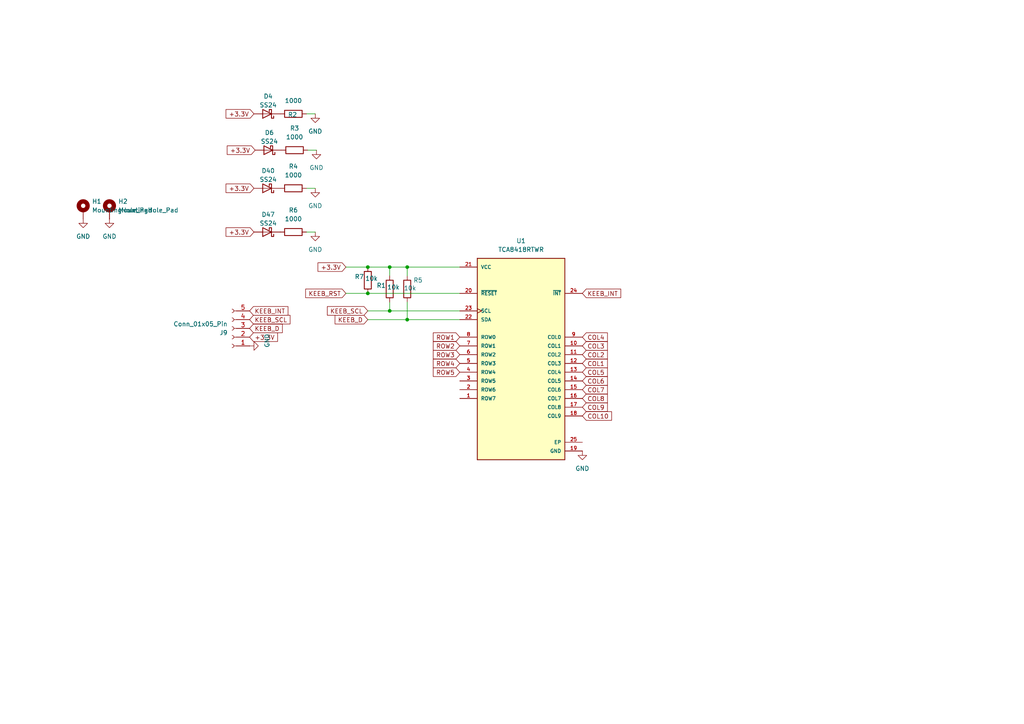
<source format=kicad_sch>
(kicad_sch (version 20250114) (generator "eeschema") (generator_version "9.0")
  (paper "A4")
  (text "Y" (at 159.004 -64.008 0) (effects (font (size 3 3))))
  (text "S" (at 49.276 -50.546 0) (effects (font (size 3 3))))
  (text "V" (at 130.556 -34.544 0) (effects (font (size 3 3))))
  (text "ENT" (at 276.606 -18.542 0) (effects (font (size 3 3))))
  (text "4" (at 131.064 -79.248 0) (effects (font (size 3 3))))
  (text "CRTL" (at 21.336 -17.272 0) (effects (font (size 3 3))))
  (text "U" (at 188.468 -64.008 0) (effects (font (size 3 3))))
  (text "R" (at 101.854 -64.262 0) (effects (font (size 3 3))))
  (text "H" (at 158.75 -50.8 0) (effects (font (size 3 3))))
  (text "9" (at 273.304 -84.582 0) (effects (font (size 3 3))))
  (text "UP" (at 187.706 -18.796 0) (effects (font (size 3 3))))
  (text "6" (at 184.404 -78.994 0) (effects (font (size 3 3))))
  (text "LFT" (at 131.318 -17.526 0) (effects (font (size 3 3))))
  (text "," (at 48.006 -18.542 0) (effects (font (size 3 3))))
  (text "3" (at 100.33 -79.248 0) (effects (font (size 3 3))))
  (text "K" (at 214.122 -50.546 0) (effects (font (size 3 3))))
  (text "N" (at 186.6677 -34.544 0) (effects (font (size 3 3))))
  (text "W" (at 49.784 -64.516 0) (effects (font (size 3 3))))
  (text "G" (at 129.54 -50.8 0) (effects (font (size 3 3))))
  (text "5" (at 156.21 -79.248 0) (effects (font (size 3 3))))
  (text "7" (at 212.09 -78.994 0) (effects (font (size 3 3))))
  (text "1" (at 49.53 -79.756 0) (effects (font (size 3 3))))
  (text "SHIFT" (at 13.462 -38.354 0) (effects (font (size 3 3))))
  (text "E" (at 77.724 -64.008 0) (effects (font (size 3 3))))
  (text "8" (at 243.84 -85.344 0) (effects (font (size 3 3))))
  (text "M" (at 214.63 -33.782 0) (effects (font (size 3 3))))
  (text "I" (at 215.9 -63.754 0) (effects (font (size 3 3))))
  (text "DWN" (at 161.29 -18.034 0) (effects (font (size 3 3))))
  (text "A" (at 21.59 -49.276 0) (effects (font (size 3 3))))
  (text "C" (at 101.6 -35.052 0) (effects (font (size 3 3))))
  (text "O" (at 247.65 -64.262 0) (effects (font (size 3 3))))
  (text "Z" (at 49.53 -33.528 0) (effects (font (size 3 3))))
  (text "J" (at 187.96 -50.546 0) (effects (font (size 3 3))))
  (text "SPC" (at 99.568 -17.78 0) (effects (font (size 3 3))))
  (text "D" (at 77.47 -51.054 0) (effects (font (size 3 3))))
  (text "2" (at 77.724 -79.248 0) (effects (font (size 3 3))))
  (text "T" (at 129.54 -63.754 0) (effects (font (size 3 3))))
  (text "X" (at 77.724 -34.036 0) (effects (font (size 3 3))))
  (text "L" (at 247.396 -49.53 0) (effects (font (size 3 3))))
  (text "Q" (at 21.59 -63.246 0) (effects (font (size 3 3))))
  (text "P" (at 275.844 -64.516 0) (effects (font (size 3 3))))
  (text "." (at 247.396 -19.558 0) (effects (font (size 3 3))))
  (text "RIT" (at 215.646 -18.796 0) (effects (font (size 3 3))))
  (text "F" (at 101.6 -50.8 0) (effects (font (size 3 3))))
  (text "BSPC" (at 295.402 -21.59 0) (effects (font (size 3 3))))
  (text "B" (at 158.496 -34.544 0) (effects (font (size 3 3))))
  (text "0" (at 21.59 -79.248 0) (effects (font (size 3 3))))
  (junction (at 34.29 -52.07))
  (junction (at 143.51 -53.34))
  (junction (at 113.03 90.17))
  (junction (at 260.35 -67.31))
  (junction (at 62.23 -21.59))
  (junction (at 124.46 -63.5))
  (junction (at 143.51 -36.83))
  (junction (at 289.56 -67.31))
  (junction (at 44.45 -33.02))
  (junction (at 242.57 -78.74))
  (junction (at 172.72 -36.83))
  (junction (at 16.51 -49.53))
  (junction (at 260.35 -21.59))
  (junction (at 106.68 77.47))
  (junction (at 172.72 -66.04))
  (junction (at 209.55 -49.53))
  (junction (at 200.66 -53.34))
  (junction (at 114.3 -66.04))
  (junction (at 209.55 -17.78))
  (junction (at 153.67 -49.53))
  (junction (at 182.88 -63.5))
  (junction (at 43.18 -17.78))
  (junction (at 90.17 -35.56))
  (junction (at 16.51 -78.74))
  (junction (at 260.35 -52.07))
  (junction (at 114.3 -53.34))
  (junction (at 210.82 -63.5))
  (junction (at 114.3 -20.32))
  (junction (at 93.98 -17.78))
  (junction (at 16.51 -33.02))
  (junction (at 62.23 -66.04))
  (junction (at 72.39 -49.53))
  (junction (at 90.17 -66.04))
  (junction (at 143.51 -20.32))
  (junction (at 181.61 -17.78))
  (junction (at 172.72 -20.32))
  (junction (at 72.39 -63.5))
  (junction (at 179.07 -78.74))
  (junction (at 16.51 -63.5))
  (junction (at 106.68 85.09))
  (junction (at 114.3 -36.83))
  (junction (at 125.73 -33.02))
  (junction (at 228.6 -66.04))
  (junction (at 34.29 -35.56))
  (junction (at 289.56 -21.59))
  (junction (at 118.11 92.71))
  (junction (at 34.29 -20.32))
  (junction (at 72.39 -33.02))
  (junction (at 260.35 -35.56))
  (junction (at 16.51 -17.78))
  (junction (at 90.17 -53.34))
  (junction (at 62.23 -35.56))
  (junction (at 153.67 -63.5))
  (junction (at 143.51 -66.04))
  (junction (at 96.52 -63.5))
  (junction (at 96.52 -49.53))
  (junction (at 44.45 -78.74))
  (junction (at 181.61 -33.02))
  (junction (at 44.45 -49.53))
  (junction (at 153.67 -33.02))
  (junction (at 34.29 -66.04))
  (junction (at 228.6 -36.83))
  (junction (at 182.88 -49.53))
  (junction (at 228.6 -21.59))
  (junction (at 113.03 77.47))
  (junction (at 200.66 -66.04))
  (junction (at 125.73 -78.74))
  (junction (at 172.72 -53.34))
  (junction (at 62.23 -52.07))
  (junction (at 151.13 -78.74))
  (junction (at 96.52 -33.02))
  (junction (at 207.01 -78.74))
  (junction (at 44.45 -63.5))
  (junction (at 124.46 -49.53))
  (junction (at 241.3 -17.78))
  (junction (at 72.39 -78.74))
  (junction (at 200.66 -36.83))
  (junction (at 95.25 -78.74))
  (junction (at 209.55 -33.02))
  (junction (at 200.66 -21.59))
  (junction (at 242.57 -63.5))
  (junction (at 125.73 -17.78))
  (junction (at 154.94 -17.78))
  (junction (at 118.11 77.47))
  (junction (at 228.6 -53.34))
  (wire (pts (xy 114.3 -20.32) (xy 114.3 -12.7)))
  (wire (pts (xy 91.7844 43.5582) (xy 89.2444 43.5582)))
  (wire (pts (xy 43.18 -17.78) (xy 93.98 -17.78)))
  (wire (pts (xy 242.57 -67.31) (xy 242.57 -63.5)))
  (wire (pts (xy 210.82 -66.04) (xy 210.82 -63.5)))
  (wire (pts (xy 228.6 -21.59) (xy 228.6 -10.16)))
  (wire (pts (xy 124.46 -63.5) (xy 153.67 -63.5)))
  (wire (pts (xy 113.03 90.17) (xy 133.35 90.17)))
  (wire (pts (xy 90.17 -35.56) (xy 90.17 -12.7)))
  (wire (pts (xy 172.72 -20.32) (xy 172.72 -11.43)))
  (wire (pts (xy 72.39 -53.34) (xy 72.39 -49.53)))
  (wire (pts (xy 171.45 -36.83) (xy 172.72 -36.83)))
  (wire (pts (xy 90.17 -66.04) (xy 90.17 -53.34)))
  (wire (pts (xy 106.68 92.71) (xy 118.11 92.71)))
  (wire (pts (xy 10.16 -33.02) (xy 16.51 -33.02)))
  (wire (pts (xy 200.66 -81.28) (xy 200.66 -66.04)))
  (wire (pts (xy 242.57 -63.5) (xy 270.51 -63.5)))
  (wire (pts (xy 114.3 -53.34) (xy 114.3 -36.83)))
  (wire (pts (xy 16.51 -66.04) (xy 16.51 -63.5)))
  (wire (pts (xy 125.73 -81.28) (xy 125.73 -78.74)))
  (wire (pts (xy 182.88 -66.04) (xy 182.88 -63.5)))
  (wire (pts (xy 199.39 -21.59) (xy 200.66 -21.59)))
  (wire (pts (xy 210.82 -63.5) (xy 242.57 -63.5)))
  (wire (pts (xy 118.11 92.71) (xy 133.35 92.71)))
  (wire (pts (xy 114.3 -81.28) (xy 114.3 -66.04)))
  (wire (pts (xy 154.94 -17.78) (xy 181.61 -17.78)))
  (wire (pts (xy 10.16 -17.78) (xy 16.51 -17.78)))
  (wire (pts (xy 260.35 -21.59) (xy 260.35 -10.16)))
  (wire (pts (xy 106.68 90.17) (xy 113.03 90.17)))
  (wire (pts (xy 44.45 -63.5) (xy 72.39 -63.5)))
  (wire (pts (xy 172.72 -81.28) (xy 172.72 -66.04)))
  (wire (pts (xy 209.55 -53.34) (xy 209.55 -49.53)))
  (wire (pts (xy 153.67 -63.5) (xy 182.88 -63.5)))
  (wire (pts (xy 200.66 -36.83) (xy 200.66 -21.59)))
  (wire (pts (xy 34.29 -52.07) (xy 34.29 -35.56)))
  (wire (pts (xy 209.55 -49.53) (xy 242.57 -49.53)))
  (wire (pts (xy 242.57 -78.74) (xy 271.78 -78.74)))
  (wire (pts (xy 34.29 -81.28) (xy 34.29 -66.04)))
  (wire (pts (xy 143.51 -20.32) (xy 143.51 -12.7)))
  (wire (pts (xy 200.66 -81.28) (xy 196.85 -81.28)))
  (wire (pts (xy 95.25 -78.74) (xy 125.73 -78.74)))
  (wire (pts (xy 172.72 -81.28) (xy 168.91 -81.28)))
  (wire (pts (xy 124.46 -66.04) (xy 124.46 -63.5)))
  (wire (pts (xy 100.33 77.47) (xy 106.68 77.47)))
  (wire (pts (xy 241.3 -17.78) (xy 271.78 -17.78)))
  (wire (pts (xy 34.29 -35.56) (xy 34.29 -20.32)))
  (wire (pts (xy 72.39 -63.5) (xy 96.52 -63.5)))
  (wire (pts (xy 96.52 -33.02) (xy 125.73 -33.02)))
  (wire (pts (xy 172.72 -66.04) (xy 171.45 -66.04)))
  (wire (pts (xy 96.52 -53.34) (xy 96.52 -49.53)))
  (wire (pts (xy 16.51 -63.5) (xy 44.45 -63.5)))
  (wire (pts (xy 96.52 -36.83) (xy 96.52 -33.02)))
  (wire (pts (xy 153.67 -36.83) (xy 153.67 -33.02)))
  (wire (pts (xy 95.25 -78.74) (xy 72.39 -78.74)))
  (wire (pts (xy 44.45 -66.04) (xy 44.45 -63.5)))
  (wire (pts (xy 172.72 -53.34) (xy 172.72 -36.83)))
  (wire (pts (xy 62.23 -35.56) (xy 62.23 -21.59)))
  (wire (pts (xy 10.16 -78.74) (xy 16.51 -78.74)))
  (wire (pts (xy 44.45 -78.74) (xy 72.39 -78.74)))
  (wire (pts (xy 93.98 -17.78) (xy 125.73 -17.78)))
  (wire (pts (xy 16.51 -17.78) (xy 43.18 -17.78)))
  (wire (pts (xy 124.46 -53.34) (xy 124.46 -49.53)))
  (wire (pts (xy 143.51 -66.04) (xy 143.51 -53.34)))
  (wire (pts (xy 44.45 -35.56) (xy 44.45 -33.02)))
  (wire (pts (xy 34.29 -20.32) (xy 34.29 -12.7)))
  (wire (pts (xy 181.61 -36.83) (xy 181.61 -33.02)))
  (wire (pts (xy 209.55 -21.59) (xy 209.55 -17.78)))
  (wire (pts (xy 228.6 -36.83) (xy 228.6 -21.59)))
  (wire (pts (xy 270.51 -67.31) (xy 270.51 -63.5)))
  (wire (pts (xy 182.88 -53.34) (xy 182.88 -49.53)))
  (wire (pts (xy 125.73 -78.74) (xy 151.13 -78.74)))
  (wire (pts (xy 125.73 -33.02) (xy 153.67 -33.02)))
  (wire (pts (xy 153.67 -33.02) (xy 181.61 -33.02)))
  (wire (pts (xy 228.6 -81.28) (xy 228.6 -66.04)))
  (wire (pts (xy 90.17 -53.34) (xy 90.17 -35.56)))
  (wire (pts (xy 96.52 -49.53) (xy 124.46 -49.53)))
  (wire (pts (xy 91.44 54.61) (xy 88.9 54.61)))
  (wire (pts (xy 96.52 -63.5) (xy 124.46 -63.5)))
  (wire (pts (xy 106.68 85.09) (xy 133.35 85.09)))
  (wire (pts (xy 10.16 -63.5) (xy 16.51 -63.5)))
  (wire (pts (xy 125.73 -36.83) (xy 125.73 -33.02)))
  (wire (pts (xy 100.33 85.09) (xy 106.68 85.09)))
  (wire (pts (xy 207.01 -81.28) (xy 207.01 -78.74)))
  (wire (pts (xy 154.94 -20.32) (xy 154.94 -17.78)))
  (wire (pts (xy 209.55 -36.83) (xy 209.55 -33.02)))
  (wire (pts (xy 172.72 -36.83) (xy 172.72 -20.32)))
  (wire (pts (xy 228.6 -81.28) (xy 224.79 -81.28)))
  (wire (pts (xy 44.45 -81.28) (xy 44.45 -78.74)))
  (wire (pts (xy 96.52 -66.04) (xy 96.52 -63.5)))
  (wire (pts (xy 260.35 -35.56) (xy 260.35 -21.59)))
  (wire (pts (xy 228.6 -53.34) (xy 228.6 -36.83)))
  (wire (pts (xy 259.08 -21.59) (xy 260.35 -21.59)))
  (wire (pts (xy 16.51 -52.07) (xy 16.51 -49.53)))
  (wire (pts (xy 44.45 -49.53) (xy 72.39 -49.53)))
  (wire (pts (xy 172.72 -66.04) (xy 172.72 -53.34)))
  (wire (pts (xy 142.24 -53.34) (xy 143.51 -53.34)))
  (wire (pts (xy 199.39 -36.83) (xy 200.66 -36.83)))
  (wire (pts (xy 111.76 -20.32) (xy 114.3 -20.32)))
  (wire (pts (xy 118.11 87.63) (xy 118.11 92.71)))
  (wire (pts (xy 288.29 -67.31) (xy 289.56 -67.31)))
  (wire (pts (xy 143.51 -53.34) (xy 143.51 -36.83)))
  (wire (pts (xy 114.3 -66.04) (xy 114.3 -53.34)))
  (wire (pts (xy 114.3 -36.83) (xy 114.3 -20.32)))
  (wire (pts (xy 72.39 -33.02) (xy 96.52 -33.02)))
  (wire (pts (xy 16.51 -49.53) (xy 44.45 -49.53)))
  (wire (pts (xy 90.17 -81.28) (xy 90.17 -66.04)))
  (wire (pts (xy 151.13 -81.28) (xy 151.13 -78.74)))
  (wire (pts (xy 181.61 -21.59) (xy 181.61 -17.78)))
  (wire (pts (xy 242.57 -78.74) (xy 242.57 -81.28)))
  (wire (pts (xy 60.96 -21.59) (xy 62.23 -21.59)))
  (wire (pts (xy 271.78 -21.59) (xy 271.78 -17.78)))
  (wire (pts (xy 207.01 -78.74) (xy 179.07 -78.74)))
  (wire (pts (xy 72.39 -81.28) (xy 72.39 -78.74)))
  (wire (pts (xy 241.3 -21.59) (xy 241.3 -17.78)))
  (wire (pts (xy 125.73 -20.32) (xy 125.73 -17.78)))
  (wire (pts (xy 91.44 33.02) (xy 88.9 33.02)))
  (wire (pts (xy 10.16 -49.53) (xy 16.51 -49.53)))
  (wire (pts (xy 260.35 -67.31) (xy 260.35 -52.07)))
  (wire (pts (xy 181.61 -17.78) (xy 209.55 -17.78)))
  (wire (pts (xy 179.07 -78.74) (xy 151.13 -78.74)))
  (wire (pts (xy 289.56 -67.31) (xy 289.56 -21.59)))
  (wire (pts (xy 16.51 -78.74) (xy 44.45 -78.74)))
  (wire (pts (xy 44.45 -33.02) (xy 72.39 -33.02)))
  (wire (pts (xy 34.29 -66.04) (xy 34.29 -52.07)))
  (wire (pts (xy 106.68 77.47) (xy 113.03 77.47)))
  (wire (pts (xy 207.01 -78.74) (xy 242.57 -78.74)))
  (wire (pts (xy 72.39 -66.04) (xy 72.39 -63.5)))
  (wire (pts (xy 153.67 -53.34) (xy 153.67 -49.53)))
  (wire (pts (xy 62.23 -52.07) (xy 62.23 -35.56)))
  (wire (pts (xy 16.51 -17.78) (xy 16.51 -20.32)))
  (wire (pts (xy 118.11 77.47) (xy 118.11 80.01)))
  (wire (pts (xy 181.61 -33.02) (xy 209.55 -33.02)))
  (wire (pts (xy 228.6 -66.04) (xy 228.6 -53.34)))
  (wire (pts (xy 200.66 -66.04) (xy 200.66 -53.34)))
  (wire (pts (xy 93.98 -20.32) (xy 93.98 -17.78)))
  (wire (pts (xy 125.73 -17.78) (xy 154.94 -17.78)))
  (wire (pts (xy 16.51 -33.02) (xy 16.51 -35.56)))
  (wire (pts (xy 227.33 -36.83) (xy 228.6 -36.83)))
  (wire (pts (xy 113.03 77.47) (xy 113.03 80.01)))
  (wire (pts (xy 124.46 -49.53) (xy 153.67 -49.53)))
  (wire (pts (xy 209.55 -33.02) (xy 242.57 -33.02)))
  (wire (pts (xy 209.55 -49.53) (xy 182.88 -49.53)))
  (wire (pts (xy 113.03 77.47) (xy 118.11 77.47)))
  (wire (pts (xy 227.33 -21.59) (xy 228.6 -21.59)))
  (wire (pts (xy 143.51 -66.04) (xy 142.24 -66.04)))
  (wire (pts (xy 72.39 -49.53) (xy 96.52 -49.53)))
  (wire (pts (xy 16.51 -78.74) (xy 16.51 -81.28)))
  (wire (pts (xy 209.55 -17.78) (xy 241.3 -17.78)))
  (wire (pts (xy 153.67 -66.04) (xy 153.67 -63.5)))
  (wire (pts (xy 114.3 -81.28) (xy 113.03 -81.28)))
  (wire (pts (xy 171.45 -53.34) (xy 172.72 -53.34)))
  (wire (pts (xy 200.66 -21.59) (xy 200.66 -10.16)))
  (wire (pts (xy 113.03 87.63) (xy 113.03 90.17)))
  (wire (pts (xy 62.23 -81.28) (xy 62.23 -66.04)))
  (wire (pts (xy 200.66 -53.34) (xy 200.66 -36.83)))
  (wire (pts (xy 227.33 -53.34) (xy 228.6 -53.34)))
  (wire (pts (xy 242.57 -35.56) (xy 242.57 -33.02)))
  (wire (pts (xy 260.35 -81.28) (xy 260.35 -67.31)))
  (wire (pts (xy 153.67 -49.53) (xy 182.88 -49.53)))
  (wire (pts (xy 289.56 -21.59) (xy 289.56 -10.16)))
  (wire (pts (xy 44.45 -52.07) (xy 44.45 -49.53)))
  (wire (pts (xy 95.25 -81.28) (xy 95.25 -78.74)))
  (wire (pts (xy 16.51 -33.02) (xy 44.45 -33.02)))
  (wire (pts (xy 182.88 -63.5) (xy 210.82 -63.5)))
  (wire (pts (xy 179.07 -81.28) (xy 179.07 -78.74)))
  (wire (pts (xy 289.56 -81.28) (xy 289.56 -67.31)))
  (wire (pts (xy 143.51 -36.83) (xy 143.51 -20.32)))
  (wire (pts (xy 143.51 -81.28) (xy 143.51 -66.04)))
  (wire (pts (xy 62.23 -21.59) (xy 62.23 -12.7)))
  (wire (pts (xy 43.18 -21.59) (xy 43.18 -17.78)))
  (wire (pts (xy 62.23 -66.04) (xy 62.23 -52.07)))
  (wire (pts (xy 242.57 -49.53) (xy 242.57 -52.07)))
  (wire (pts (xy 91.44 67.31) (xy 88.9 67.31)))
  (wire (pts (xy 271.78 -78.74) (xy 271.78 -81.28)))
  (wire (pts (xy 260.35 -52.07) (xy 260.35 -35.56)))
  (wire (pts (xy 118.11 77.47) (xy 133.35 77.47)))
  (wire (pts (xy 72.39 -35.56) (xy 72.39 -33.02)))
  (global_label "COL4" (shape input) (at 200.66 -10.16 270) (property "Intersheetrefs" "${INTERSHEET_REFS}" (effects (hide yes))))
  (global_label "COL10" (shape input) (at 34.29 -12.7 270) (property "Intersheetrefs" "${INTERSHEET_REFS}" (effects (hide yes))))
  (global_label "KEEB_D" (shape input) (at 106.68 92.71 180) (property "Intersheetrefs" "${INTERSHEET_REFS}" (effects (hide yes))))
  (global_label "ROW2" (shape input) (at 133.35 100.33 180) (property "Intersheetrefs" "${INTERSHEET_REFS}" (effects (hide yes))))
  (global_label "+3.3V" (shape input) (at 73.66 67.31 180) (property "Intersheetrefs" "${INTERSHEET_REFS}" (effects (hide yes))))
  (global_label "KEEB_INT" (shape input) (at 72.39 90.17 0) (property "Intersheetrefs" "${INTERSHEET_REFS}" (effects (hide yes))))
  (global_label "COL5" (shape input) (at 168.91 107.95 0) (property "Intersheetrefs" "${INTERSHEET_REFS}" (effects (hide yes))))
  (global_label "ROW3" (shape input) (at 133.35 102.87 180) (property "Intersheetrefs" "${INTERSHEET_REFS}" (effects (hide yes))))
  (global_label "COL2" (shape input) (at 168.91 102.87 0) (property "Intersheetrefs" "${INTERSHEET_REFS}" (effects (hide yes))))
  (global_label "COL6" (shape input) (at 172.72 -11.43 270) (property "Intersheetrefs" "${INTERSHEET_REFS}" (effects (hide yes))))
  (global_label "COL5" (shape input) (at 143.51 -12.7 270) (property "Intersheetrefs" "${INTERSHEET_REFS}" (effects (hide yes))))
  (global_label "COL9" (shape input) (at 168.91 118.11 0) (property "Intersheetrefs" "${INTERSHEET_REFS}" (effects (hide yes))))
  (global_label "COL8" (shape input) (at 90.17 -12.7 270) (property "Intersheetrefs" "${INTERSHEET_REFS}" (effects (hide yes))))
  (global_label "ROW4" (shape input) (at 10.16 -33.02 180) (property "Intersheetrefs" "${INTERSHEET_REFS}" (effects (hide yes))))
  (global_label "+3.3V" (shape input) (at 74.0044 43.5582 180) (property "Intersheetrefs" "${INTERSHEET_REFS}" (effects (hide yes))))
  (global_label "+3.3V" (shape input) (at 100.33 77.47 180) (property "Intersheetrefs" "${INTERSHEET_REFS}" (effects (hide yes))))
  (global_label "+3.3V" (shape input) (at 73.66 33.02 180) (property "Intersheetrefs" "${INTERSHEET_REFS}" (effects (hide yes))))
  (global_label "KEEB_D" (shape input) (at 72.39 95.25 0) (property "Intersheetrefs" "${INTERSHEET_REFS}" (effects (hide yes))))
  (global_label "ROW5" (shape input) (at 10.16 -17.78 180) (property "Intersheetrefs" "${INTERSHEET_REFS}" (effects (hide yes))))
  (global_label "ROW5" (shape input) (at 133.35 107.95 180) (property "Intersheetrefs" "${INTERSHEET_REFS}" (effects (hide yes))))
  (global_label "COL1" (shape input) (at 168.91 105.41 0) (property "Intersheetrefs" "${INTERSHEET_REFS}" (effects (hide yes))))
  (global_label "ROW2" (shape input) (at 10.16 -63.5 180) (property "Intersheetrefs" "${INTERSHEET_REFS}" (effects (hide yes))))
  (global_label "COL6" (shape input) (at 168.91 110.49 0) (property "Intersheetrefs" "${INTERSHEET_REFS}" (effects (hide yes))))
  (global_label "COL3" (shape input) (at 228.6 -10.16 270) (property "Intersheetrefs" "${INTERSHEET_REFS}" (effects (hide yes))))
  (global_label "ROW1" (shape input) (at 133.35 97.79 180) (property "Intersheetrefs" "${INTERSHEET_REFS}" (effects (hide yes))))
  (global_label "COL4" (shape input) (at 168.91 97.79 0) (property "Intersheetrefs" "${INTERSHEET_REFS}" (effects (hide yes))))
  (global_label "ROW3" (shape input) (at 10.16 -49.53 180) (property "Intersheetrefs" "${INTERSHEET_REFS}" (effects (hide yes))))
  (global_label "ROW1" (shape input) (at 10.16 -78.74 180) (property "Intersheetrefs" "${INTERSHEET_REFS}" (effects (hide yes))))
  (global_label "KEEB_INT" (shape input) (at 168.91 85.09 0) (property "Intersheetrefs" "${INTERSHEET_REFS}" (effects (hide yes))))
  (global_label "COL3" (shape input) (at 168.91 100.33 0) (property "Intersheetrefs" "${INTERSHEET_REFS}" (effects (hide yes))))
  (global_label "KEEB_SCL" (shape input) (at 106.68 90.17 180) (property "Intersheetrefs" "${INTERSHEET_REFS}" (effects (hide yes))))
  (global_label "COL7" (shape input) (at 114.3 -12.7 270) (property "Intersheetrefs" "${INTERSHEET_REFS}" (effects (hide yes))))
  (global_label "KEEB_SCL" (shape input) (at 72.39 92.71 0) (property "Intersheetrefs" "${INTERSHEET_REFS}" (effects (hide yes))))
  (global_label "COL1" (shape input) (at 289.56 -10.16 270) (property "Intersheetrefs" "${INTERSHEET_REFS}" (effects (hide yes))))
  (global_label "COL7" (shape input) (at 168.91 113.03 0) (property "Intersheetrefs" "${INTERSHEET_REFS}" (effects (hide yes))))
  (global_label "COL9" (shape input) (at 62.23 -12.7 270) (property "Intersheetrefs" "${INTERSHEET_REFS}" (effects (hide yes))))
  (global_label "COL8" (shape input) (at 168.91 115.57 0) (property "Intersheetrefs" "${INTERSHEET_REFS}" (effects (hide yes))))
  (global_label "KEEB_RST" (shape input) (at 100.33 85.09 180) (property "Intersheetrefs" "${INTERSHEET_REFS}" (effects (hide yes))))
  (global_label "COL2" (shape input) (at 260.35 -10.16 270) (property "Intersheetrefs" "${INTERSHEET_REFS}" (effects (hide yes))))
  (global_label "+3.3V" (shape input) (at 73.66 54.61 180) (property "Intersheetrefs" "${INTERSHEET_REFS}" (effects (hide yes))))
  (global_label "COL10" (shape input) (at 168.91 120.65 0) (property "Intersheetrefs" "${INTERSHEET_REFS}" (effects (hide yes))))
  (global_label "+3.3V" (shape input) (at 72.39 97.79 0) (property "Intersheetrefs" "${INTERSHEET_REFS}" (effects (hide yes))))
  (global_label "ROW4" (shape input) (at 133.35 105.41 180) (property "Intersheetrefs" "${INTERSHEET_REFS}" (effects (hide yes))))
  (symbol (lib_id "power:GND") (at 91.44 33.02 0) (unit 1)
    (property "Reference" "#PWR04" (effects (hide yes)))
    (property "Value" "GND" (at 91.44 38.1 0))
    (property "Description" "Power symbol creates a global label with name \"GND\" , ground" (effects (hide yes)))
  )
  (symbol (lib_id "Device:R") (at 106.68 81.28 180) (unit 1)
    (property "Reference" "R7" (at 102.87 80.264 0) (effects (justify right)))
    (property "Value" "10k" (at 105.918 80.772 0) (effects (justify right)))
    (property "Footprint" "Resistor_SMD:R_0805_2012Metric_Pad1.20x1.40mm_HandSolder" (effects (hide yes)))
    (property "Description" "Resistor" (effects (hide yes)))
  )
  (symbol (lib_id "Diode:SS24") (at 224.79 -66.04 180) (unit 1)
    (property "Reference" "D42" (at 225.1075 -71.12 0))
    (property "Value" "SS24" (at 225.1075 -68.58 0))
    (property "Footprint" "Diode_SMD:D_0805_2012Metric" (effects (hide yes)))
    (property "Datasheet" "https://www.vishay.com/docs/88748/ss22.pdf" (effects (hide yes)))
    (property "Description" "40V 2A Schottky Diode, SMA" (effects (hide yes)))
  )
  (symbol (lib_id "Diode:SS24") (at 77.47 33.02 180) (unit 1)
    (property "Reference" "D4" (at 77.7875 27.94 0))
    (property "Value" "SS24" (at 77.7875 30.48 0))
    (property "Footprint" "Diode_SMD:D_0805_2012Metric" (effects (hide yes)))
    (property "Datasheet" "https://www.vishay.com/docs/88748/ss22.pdf" (effects (hide yes)))
    (property "Description" "40V 2A Schottky Diode, SMA" (effects (hide yes)))
  )
  (symbol (lib_id "Switch:SW_Push") (at 129.54 -66.04 0) (unit 1)
    (property "Reference" "SWe72" (at 129.54 -73.66 0))
    (property "Value" "T" (at 129.54 -71.12 0))
    (property "Footprint" "USB4105-GF-A (1):SW_SPST_B3U-1000P_MovedText" (effects (hide yes)))
    (property "Description" "Push button switch, generic, two pins" (effects (hide yes)))
  )
  (symbol (lib_id "Switch:SW_Push") (at 276.86 -81.28 0) (unit 1)
    (property "Reference" "SWe29" (at 276.86 -88.9 0))
    (property "Value" "9" (at 276.86 -86.36 0))
    (property "Footprint" "USB4105-GF-A (1):SW_SPST_B3U-1000P_MovedText" (effects (hide yes)))
    (property "Description" "Push button switch, generic, two pins" (effects (hide yes)))
  )
  (symbol (lib_id "Switch:SW_Push") (at 49.53 -81.28 0) (unit 1)
    (property "Reference" "SWe8" (at 49.53 -88.9 0))
    (property "Value" "1" (at 49.53 -86.36 0))
    (property "Footprint" "USB4105-GF-A (1):SW_SPST_B3U-1000P_MovedText" (effects (hide yes)))
    (property "Description" "Push button switch, generic, two pins" (effects (hide yes)))
  )
  (symbol (lib_id "Switch:SW_Push") (at 21.59 -35.56 0) (mirror x) (unit 1)
    (property "Reference" "SWe24" (effects (hide yes)))
    (property "Value" "SFT" (effects (hide yes)))
    (property "Footprint" "USB4105-GF-A (1):SW_SPST_B3U-1000P_MovedText" (effects (hide yes)))
    (property "Description" "Push button switch, generic, two pins" (effects (hide yes)))
  )
  (symbol (lib_id "Diode:SS24") (at 110.49 -66.04 180) (unit 1)
    (property "Reference" "D19" (at 110.8075 -71.12 0))
    (property "Value" "SS24" (at 110.8075 -68.58 0))
    (property "Footprint" "Diode_SMD:D_0805_2012Metric" (effects (hide yes)))
    (property "Datasheet" "https://www.vishay.com/docs/88748/ss22.pdf" (effects (hide yes)))
    (property "Description" "40V 2A Schottky Diode, SMA" (effects (hide yes)))
  )
  (symbol (lib_id "Diode:SS24") (at 256.54 -35.56 180) (unit 1)
    (property "Reference" "D32" (at 256.8575 -40.64 0))
    (property "Value" "SS24" (at 256.8575 -38.1 0))
    (property "Footprint" "Diode_SMD:D_0805_2012Metric" (effects (hide yes)))
    (property "Datasheet" "https://www.vishay.com/docs/88748/ss22.pdf" (effects (hide yes)))
    (property "Description" "40V 2A Schottky Diode, SMA" (effects (hide yes)))
  )
  (symbol (lib_id "Device:R") (at 113.03 83.82 180) (unit 1)
    (property "Reference" "R1" (at 109.22 82.804 0) (effects (justify right)))
    (property "Value" "10k" (at 112.268 83.312 0) (effects (justify right)))
    (property "Footprint" "Resistor_SMD:R_0805_2012Metric_Pad1.20x1.40mm_HandSolder" (effects (hide yes)))
    (property "Description" "Resistor" (effects (hide yes)))
  )
  (symbol (lib_id "Switch:SW_Push") (at 186.69 -21.59 0) (unit 1)
    (property "Reference" "SWe88" (at 186.69 -29.21 0))
    (property "Value" "UP" (at 186.69 -26.67 0))
    (property "Footprint" "USB4105-GF-A (1):SW_SPST_B3U-1000P_MovedText" (effects (hide yes)))
    (property "Description" "Push button switch, generic, two pins" (effects (hide yes)))
  )
  (symbol (lib_id "Diode:SS24") (at 30.48 -81.28 180) (unit 1)
    (property "Reference" "D2" (at 30.7975 -86.36 0))
    (property "Value" "SS24" (at 30.7975 -83.82 0))
    (property "Footprint" "Diode_SMD:D_0805_2012Metric" (effects (hide yes)))
    (property "Datasheet" "https://www.vishay.com/docs/88748/ss22.pdf" (effects (hide yes)))
    (property "Description" "40V 2A Schottky Diode, SMA" (effects (hide yes)))
  )
  (symbol (lib_id "Switch:SW_Push") (at 101.6 -53.34 0) (unit 1)
    (property "Reference" "SWe63" (at 101.6 -60.96 0))
    (property "Value" "F" (at 101.6 -58.42 0))
    (property "Footprint" "USB4105-GF-A (1):SW_SPST_B3U-1000P_MovedText" (effects (hide yes)))
    (property "Description" "Push button switch, generic, two pins" (effects (hide yes)))
  )
  (symbol (lib_id "Switch:SW_Push") (at 77.47 -35.56 0) (unit 1)
    (property "Reference" "SWe44" (at 77.47 -43.18 0))
    (property "Value" "X" (at 77.47 -40.64 0))
    (property "Footprint" "USB4105-GF-A (1):SW_SPST_B3U-1000P_MovedText" (effects (hide yes)))
    (property "Description" "Push button switch, generic, two pins" (effects (hide yes)))
  )
  (symbol (lib_id "Switch:SW_Push") (at 247.65 -52.07 0) (unit 1)
    (property "Reference" "SWe39" (at 247.65 -59.69 0))
    (property "Value" "L" (at 247.65 -57.15 0))
    (property "Footprint" "USB4105-GF-A (1):SW_SPST_B3U-1000P_MovedText" (effects (hide yes)))
    (property "Description" "Push button switch, generic, two pins" (effects (hide yes)))
  )
  (symbol (lib_id "Switch:SW_Push") (at 215.9 -66.04 0) (unit 1)
    (property "Reference" "SWe35" (at 215.9 -73.66 0))
    (property "Value" "I" (at 215.9 -71.12 0))
    (property "Footprint" "USB4105-GF-A (1):SW_SPST_B3U-1000P_MovedText" (effects (hide yes)))
    (property "Description" "Push button switch, generic, two pins" (effects (hide yes)))
  )
  (symbol (lib_id "Diode:SS24") (at 284.48 -67.31 180) (unit 1)
    (property "Reference" "D44" (at 284.7975 -72.39 0))
    (property "Value" "SS24" (at 284.7975 -69.85 0))
    (property "Footprint" "Diode_SMD:D_0805_2012Metric" (effects (hide yes)))
    (property "Datasheet" "https://www.vishay.com/docs/88748/ss22.pdf" (effects (hide yes)))
    (property "Description" "40V 2A Schottky Diode, SMA" (effects (hide yes)))
  )
  (symbol (lib_id "Switch:SW_Push") (at 160.02 -20.32 0) (unit 1)
    (property "Reference" "SWe2" (at 160.02 -27.94 0))
    (property "Value" "DOWN" (at 160.02 -25.4 0))
    (property "Footprint" "USB4105-GF-A (1):SW_SPST_B3U-1000P_MovedText" (effects (hide yes)))
    (property "Description" "Push button switch, generic, two pins" (effects (hide yes)))
  )
  (symbol (lib_id "Switch:SW_Push") (at 49.53 -52.07 0) (unit 1)
    (property "Reference" "SWe43" (at 49.53 -59.69 0))
    (property "Value" "S" (at 49.53 -57.15 0))
    (property "Footprint" "USB4105-GF-A (1):SW_SPST_B3U-1000P_MovedText" (effects (hide yes)))
    (property "Description" "Push button switch, generic, two pins" (effects (hide yes)))
  )
  (symbol (lib_id "Switch:SW_Push") (at 214.63 -21.59 180) (unit 1)
    (property "Reference" "SWe7" (at 214.63 -26.67 0))
    (property "Value" "RIGHT" (at 214.63 -24.13 0))
    (property "Footprint" "USB4105-GF-A (1):SW_SPST_B3U-1000P_MovedText" (effects (hide yes)))
    (property "Description" "Push button switch, generic, two pins" (effects (hide yes)))
  )
  (symbol (lib_id "Diode:SS24") (at 220.98 -81.28 180) (unit 1)
    (property "Reference" "D37" (at 221.2975 -86.36 0))
    (property "Value" "SS24" (at 221.2975 -83.82 0))
    (property "Footprint" "Diode_SMD:D_0805_2012Metric" (effects (hide yes)))
    (property "Datasheet" "https://www.vishay.com/docs/88748/ss22.pdf" (effects (hide yes)))
    (property "Description" "40V 2A Schottky Diode, SMA" (effects (hide yes)))
  )
  (symbol (lib_id "Diode:SS24") (at 139.7 -20.32 180) (unit 1)
    (property "Reference" "D18" (at 140.0175 -25.4 0))
    (property "Value" "SS24" (at 140.0175 -22.86 0))
    (property "Footprint" "Diode_SMD:D_0805_2012Metric" (effects (hide yes)))
    (property "Datasheet" "https://www.vishay.com/docs/88748/ss22.pdf" (effects (hide yes)))
    (property "Description" "40V 2A Schottky Diode, SMA" (effects (hide yes)))
  )
  (symbol (lib_id "Switch:SW_Push") (at 21.59 -66.04 0) (unit 1)
    (property "Reference" "SWe32" (at 21.59 -73.66 0))
    (property "Value" "Q" (at 21.59 -71.12 0))
    (property "Footprint" "USB4105-GF-A (1):SW_SPST_B3U-1000P_MovedText" (effects (hide yes)))
    (property "Description" "Push button switch, generic, two pins" (effects (hide yes)))
  )
  (symbol (lib_id "Switch:SW_Push") (at 49.53 -35.56 0) (unit 1)
    (property "Reference" "SWe34" (at 49.53 -43.18 0))
    (property "Value" "Z" (at 49.53 -40.64 0))
    (property "Footprint" "USB4105-GF-A (1):SW_SPST_B3U-1000P_MovedText" (effects (hide yes)))
    (property "Description" "Push button switch, generic, two pins" (effects (hide yes)))
  )
  (symbol (lib_id "Diode:SS24") (at 86.36 -53.34 180) (unit 1)
    (property "Reference" "D16" (at 86.6775 -58.42 0))
    (property "Value" "SS24" (at 86.6775 -55.88 0))
    (property "Footprint" "Diode_SMD:D_0805_2012Metric" (effects (hide yes)))
    (property "Datasheet" "https://www.vishay.com/docs/88748/ss22.pdf" (effects (hide yes)))
    (property "Description" "40V 2A Schottky Diode, SMA" (effects (hide yes)))
  )
  (symbol (lib_id "Diode:SS24") (at 86.36 -35.56 180) (unit 1)
    (property "Reference" "D14" (at 86.6775 -40.64 0))
    (property "Value" "SS24" (at 86.6775 -38.1 0))
    (property "Footprint" "Diode_SMD:D_0805_2012Metric" (effects (hide yes)))
    (property "Datasheet" "https://www.vishay.com/docs/88748/ss22.pdf" (effects (hide yes)))
    (property "Description" "40V 2A Schottky Diode, SMA" (effects (hide yes)))
  )
  (symbol (lib_id "Device:R") (at 85.09 54.61 90) (unit 1)
    (property "Reference" "R4" (at 85.09 48.26 90))
    (property "Value" "1000" (at 85.09 50.8 90))
    (property "Footprint" "Resistor_SMD:R_0805_2012Metric_Pad1.20x1.40mm_HandSolder" (effects (hide yes)))
    (property "Description" "Resistor" (effects (hide yes)))
  )
  (symbol (lib_id "Diode:SS24") (at 30.48 -35.56 180) (unit 1)
    (property "Reference" "D3" (at 30.7975 -40.64 0))
    (property "Value" "SS24" (at 30.7975 -38.1 0))
    (property "Footprint" "Diode_SMD:D_0805_2012Metric" (effects (hide yes)))
    (property "Datasheet" "https://www.vishay.com/docs/88748/ss22.pdf" (effects (hide yes)))
    (property "Description" "40V 2A Schottky Diode, SMA" (effects (hide yes)))
  )
  (symbol (lib_id "Mechanical:MountingHole_Pad") (at 31.75 60.96 0) (unit 1) (in_bom no)
    (property "Reference" "H2" (at 34.29 58.4199 0) (effects (justify left)))
    (property "Value" "MountingHole_Pad" (at 34.29 60.9599 0) (effects (justify left)))
    (property "Footprint" "MountingHole:MountingHole_3.2mm_M3_DIN965_Pad_TopBottom" (effects (hide yes)))
    (property "Description" "Mounting Hole with connection" (effects (hide yes)))
  )
  (symbol (lib_id "Diode:SS24") (at 58.42 -81.28 180) (unit 1)
    (property "Reference" "D10" (at 58.7375 -86.36 0))
    (property "Value" "SS24" (at 58.7375 -83.82 0))
    (property "Footprint" "Diode_SMD:D_0805_2012Metric" (effects (hide yes)))
    (property "Datasheet" "https://www.vishay.com/docs/88748/ss22.pdf" (effects (hide yes)))
    (property "Description" "40V 2A Schottky Diode, SMA" (effects (hide yes)))
  )
  (symbol (lib_id "Switch:SW_Push") (at 21.59 -52.07 0) (unit 1)
    (property "Reference" "SWe33" (at 21.59 -59.69 0))
    (property "Value" "A" (at 21.59 -57.15 0))
    (property "Footprint" "USB4105-GF-A (1):SW_SPST_B3U-1000P_MovedText" (effects (hide yes)))
    (property "Description" "Push button switch, generic, two pins" (effects (hide yes)))
  )
  (symbol (lib_id "Switch:SW_Push") (at 214.63 -53.34 0) (unit 1)
    (property "Reference" "SWe38" (at 214.63 -60.96 0))
    (property "Value" "K" (at 214.63 -58.42 0))
    (property "Footprint" "USB4105-GF-A (1):SW_SPST_B3U-1000P_MovedText" (effects (hide yes)))
    (property "Description" "Push button switch, generic, two pins" (effects (hide yes)))
  )
  (symbol (lib_id "Diode:SS24") (at 285.75 -21.59 180) (unit 1)
    (property "Reference" "D54" (at 286.0675 -26.67 0))
    (property "Value" "SS24" (at 286.0675 -24.13 0))
    (property "Footprint" "Diode_SMD:D_0805_2012Metric" (effects (hide yes)))
    (property "Datasheet" "https://www.vishay.com/docs/88748/ss22.pdf" (effects (hide yes)))
    (property "Description" "40V 2A Schottky Diode, SMA" (effects (hide yes)))
  )
  (symbol (lib_id "Switch:SW_Push") (at 247.65 -35.56 0) (unit 1)
    (property "Reference" "SWe17" (at 247.65 -43.18 0))
    (property "Value" "BACK" (at 247.65 -40.64 0))
    (property "Footprint" "USB4105-GF-A (1):SW_SPST_B3U-1000P_MovedText" (effects (hide yes)))
    (property "Description" "Push button switch, generic, two pins" (effects (hide yes)))
  )
  (symbol (lib_id "power:GND") (at 168.91 130.81 0) (unit 1)
    (property "Reference" "#PWR01" (effects (hide yes)))
    (property "Value" "GND" (at 168.91 135.89 0))
    (property "Description" "Power symbol creates a global label with name \"GND\" , ground" (effects (hide yes)))
  )
  (symbol (lib_id "Diode:SS24") (at 285.75 -81.28 180) (unit 1)
    (property "Reference" "D39" (at 286.0675 -86.36 0))
    (property "Value" "SS24" (at 286.0675 -83.82 0))
    (property "Footprint" "Diode_SMD:D_0805_2012Metric" (effects (hide yes)))
    (property "Datasheet" "https://www.vishay.com/docs/88748/ss22.pdf" (effects (hide yes)))
    (property "Description" "40V 2A Schottky Diode, SMA" (effects (hide yes)))
  )
  (symbol (lib_id "Diode:SS24") (at 109.22 -81.28 180) (unit 1)
    (property "Reference" "D33" (at 109.5375 -86.36 0))
    (property "Value" "SS24" (at 109.5375 -83.82 0))
    (property "Footprint" "Diode_SMD:D_0805_2012Metric" (effects (hide yes)))
    (property "Datasheet" "https://www.vishay.com/docs/88748/ss22.pdf" (effects (hide yes)))
    (property "Description" "40V 2A Schottky Diode, SMA" (effects (hide yes)))
  )
  (symbol (lib_id "Diode:SS24") (at 77.47 54.61 180) (unit 1)
    (property "Reference" "D40" (at 77.7875 49.53 0))
    (property "Value" "SS24" (at 77.7875 52.07 0))
    (property "Footprint" "Diode_SMD:D_0805_2012Metric" (effects (hide yes)))
    (property "Datasheet" "https://www.vishay.com/docs/88748/ss22.pdf" (effects (hide yes)))
    (property "Description" "40V 2A Schottky Diode, SMA" (effects (hide yes)))
  )
  (symbol (lib_id "Diode:SS24") (at 58.42 -35.56 180) (unit 1)
    (property "Reference" "D7" (at 58.7375 -40.64 0))
    (property "Value" "SS24" (at 58.7375 -38.1 0))
    (property "Footprint" "Diode_SMD:D_0805_2012Metric" (effects (hide yes)))
    (property "Datasheet" "https://www.vishay.com/docs/88748/ss22.pdf" (effects (hide yes)))
    (property "Description" "40V 2A Schottky Diode, SMA" (effects (hide yes)))
  )
  (symbol (lib_id "Switch:SW_Push") (at 77.47 -66.04 0) (unit 1)
    (property "Reference" "SWe52" (at 77.47 -73.66 0))
    (property "Value" "E" (at 77.47 -71.12 0))
    (property "Footprint" "USB4105-GF-A (1):SW_SPST_B3U-1000P_MovedText" (effects (hide yes)))
    (property "Description" "Push button switch, generic, two pins" (effects (hide yes)))
  )
  (symbol (lib_id "power:GND") (at 72.39 100.33 90) (unit 1)
    (property "Reference" "#PWR02" (effects (hide yes)))
    (property "Value" "GND" (at 77.47 98.806 0))
    (property "Description" "Power symbol creates a global label with name \"GND\" , ground" (effects (hide yes)))
  )
  (symbol (lib_id "Switch:SW_Push") (at 247.65 -67.31 0) (unit 1)
    (property "Reference" "SWe36" (at 247.65 -74.93 0))
    (property "Value" "O" (at 247.65 -72.39 0))
    (property "Footprint" "USB4105-GF-A (1):SW_SPST_B3U-1000P_MovedText" (effects (hide yes)))
    (property "Description" "Push button switch, generic, two pins" (effects (hide yes)))
  )
  (symbol (lib_id "Diode:SS24") (at 223.52 -53.34 180) (unit 1)
    (property "Reference" "D45" (at 223.8375 -58.42 0))
    (property "Value" "SS24" (at 223.8375 -55.88 0))
    (property "Footprint" "Diode_SMD:D_0805_2012Metric" (effects (hide yes)))
    (property "Datasheet" "https://www.vishay.com/docs/88748/ss22.pdf" (effects (hide yes)))
    (property "Description" "40V 2A Schottky Diode, SMA" (effects (hide yes)))
  )
  (symbol (lib_id "power:GND") (at 91.44 54.61 0) (unit 1)
    (property "Reference" "#PWR06" (effects (hide yes)))
    (property "Value" "GND" (at 91.44 59.69 0))
    (property "Description" "Power symbol creates a global label with name \"GND\" , ground" (effects (hide yes)))
  )
  (symbol (lib_id "Switch:SW_Push") (at 276.86 -21.59 0) (unit 1)
    (property "Reference" "SWe50" (at 276.86 -29.21 0))
    (property "Value" "ENTER" (at 276.86 -26.67 0))
    (property "Footprint" "USB4105-GF-A (1):SW_SPST_B3U-1000P_MovedText" (effects (hide yes)))
    (property "Description" "Push button switch, generic, two pins" (effects (hide yes)))
  )
  (symbol (lib_id "Diode:SS24") (at 139.7 -81.28 180) (unit 1)
    (property "Reference" "D34" (at 140.0175 -86.36 0))
    (property "Value" "SS24" (at 140.0175 -83.82 0))
    (property "Footprint" "Diode_SMD:D_0805_2012Metric" (effects (hide yes)))
    (property "Datasheet" "https://www.vishay.com/docs/88748/ss22.pdf" (effects (hide yes)))
    (property "Description" "40V 2A Schottky Diode, SMA" (effects (hide yes)))
  )
  (symbol (lib_id "Diode:SS24") (at 110.49 -53.34 180) (unit 1)
    (property "Reference" "D20" (at 110.8075 -58.42 0))
    (property "Value" "SS24" (at 110.8075 -55.88 0))
    (property "Footprint" "Diode_SMD:D_0805_2012Metric" (effects (hide yes)))
    (property "Datasheet" "https://www.vishay.com/docs/88748/ss22.pdf" (effects (hide yes)))
    (property "Description" "40V 2A Schottky Diode, SMA" (effects (hide yes)))
  )
  (symbol (lib_id "Switch:SW_Push") (at 187.96 -66.04 0) (unit 1)
    (property "Reference" "SWe14" (at 187.96 -73.66 0))
    (property "Value" "U" (at 187.96 -71.12 0))
    (property "Footprint" "USB4105-GF-A (1):SW_SPST_B3U-1000P_MovedText" (effects (hide yes)))
    (property "Description" "Push button switch, generic, two pins" (effects (hide yes)))
  )
  (symbol (lib_id "Switch:SW_Push") (at 100.33 -81.28 0) (unit 1)
    (property "Reference" "SWe20" (at 100.33 -88.9 0))
    (property "Value" "3" (at 100.33 -86.36 0))
    (property "Footprint" "USB4105-GF-A (1):SW_SPST_B3U-1000P_MovedText" (effects (hide yes)))
    (property "Description" "Push button switch, generic, two pins" (effects (hide yes)))
  )
  (symbol (lib_id "Switch:SW_Push") (at 99.06 -20.32 0) (unit 1)
    (property "Reference" "SWe86" (at 99.06 -27.94 0))
    (property "Value" "SPACE" (at 99.06 -25.4 0))
    (property "Footprint" "USB4105-GF-A (1):SW_SPST_B3U-1000P_MovedText" (effects (hide yes)))
    (property "Description" "Push button switch, generic, two pins" (effects (hide yes)))
  )
  (symbol (lib_id "Switch:SW_Push") (at 158.75 -36.83 0) (unit 1)
    (property "Reference" "SWe87" (at 158.75 -44.45 0))
    (property "Value" "B" (at 158.75 -41.91 0))
    (property "Footprint" "USB4105-GF-A (1):SW_SPST_B3U-1000P_MovedText" (effects (hide yes)))
    (property "Description" "Push button switch, generic, two pins" (effects (hide yes)))
  )
  (symbol (lib_id "Diode:SS24") (at 139.7 -36.83 180) (unit 1)
    (property "Reference" "D21" (at 140.0175 -41.91 0))
    (property "Value" "SS24" (at 140.0175 -39.37 0))
    (property "Footprint" "Diode_SMD:D_0805_2012Metric" (effects (hide yes)))
    (property "Datasheet" "https://www.vishay.com/docs/88748/ss22.pdf" (effects (hide yes)))
    (property "Description" "40V 2A Schottky Diode, SMA" (effects (hide yes)))
  )
  (symbol (lib_id "Diode:SS24") (at 58.42 -66.04 180) (unit 1)
    (property "Reference" "D12" (at 58.7375 -71.12 0))
    (property "Value" "SS24" (at 58.7375 -68.58 0))
    (property "Footprint" "Diode_SMD:D_0805_2012Metric" (effects (hide yes)))
    (property "Datasheet" "https://www.vishay.com/docs/88748/ss22.pdf" (effects (hide yes)))
    (property "Description" "40V 2A Schottky Diode, SMA" (effects (hide yes)))
  )
  (symbol (lib_id "Diode:SS24") (at 107.95 -20.32 180) (unit 1)
    (property "Reference" "D91" (at 108.2675 -25.4 0))
    (property "Value" "SS24" (at 108.2675 -22.86 0))
    (property "Footprint" "Diode_SMD:D_0805_2012Metric" (effects (hide yes)))
    (property "Datasheet" "https://www.vishay.com/docs/88748/ss22.pdf" (effects (hide yes)))
    (property "Description" "40V 2A Schottky Diode, SMA" (effects (hide yes)))
  )
  (symbol (lib_id "Diode:SS24") (at 138.43 -53.34 180) (unit 1)
    (property "Reference" "D24" (at 138.7475 -58.42 0))
    (property "Value" "SS24" (at 138.7475 -55.88 0))
    (property "Footprint" "Diode_SMD:D_0805_2012Metric" (effects (hide yes)))
    (property "Datasheet" "https://www.vishay.com/docs/88748/ss22.pdf" (effects (hide yes)))
    (property "Description" "40V 2A Schottky Diode, SMA" (effects (hide yes)))
  )
  (symbol (lib_id "Device:R") (at 85.4344 43.5582 90) (unit 1)
    (property "Reference" "R3" (at 85.4344 37.2082 90))
    (property "Value" "1000" (at 85.4344 39.7482 90))
    (property "Footprint" "Resistor_SMD:R_0805_2012Metric_Pad1.20x1.40mm_HandSolder" (effects (hide yes)))
    (property "Description" "Resistor" (effects (hide yes)))
  )
  (symbol (lib_id "Diode:SS24") (at 195.58 -36.83 180) (unit 1)
    (property "Reference" "D27" (at 195.8975 -41.91 0))
    (property "Value" "SS24" (at 195.8975 -39.37 0))
    (property "Footprint" "Diode_SMD:D_0805_2012Metric" (effects (hide yes)))
    (property "Datasheet" "https://www.vishay.com/docs/88748/ss22.pdf" (effects (hide yes)))
    (property "Description" "40V 2A Schottky Diode, SMA" (effects (hide yes)))
  )
  (symbol (lib_id "power:GND") (at 91.44 67.31 0) (unit 1)
    (property "Reference" "#PWR08" (effects (hide yes)))
    (property "Value" "GND" (at 91.44 72.39 0))
    (property "Description" "Power symbol creates a global label with name \"GND\" , ground" (effects (hide yes)))
  )
  (symbol (lib_id "Diode:SS24") (at 223.52 -36.83 180) (unit 1)
    (property "Reference" "D31" (at 223.8375 -41.91 0))
    (property "Value" "SS24" (at 223.8375 -39.37 0))
    (property "Footprint" "Diode_SMD:D_0805_2012Metric" (effects (hide yes)))
    (property "Datasheet" "https://www.vishay.com/docs/88748/ss22.pdf" (effects (hide yes)))
    (property "Description" "40V 2A Schottky Diode, SMA" (effects (hide yes)))
  )
  (symbol (lib_id "Switch:SW_Push") (at 130.81 -20.32 0) (unit 1)
    (property "Reference" "SWe13" (at 130.81 -27.94 0))
    (property "Value" "L" (at 130.81 -25.4 0))
    (property "Footprint" "USB4105-GF-A (1):SW_SPST_B3U-1000P_MovedText" (effects (hide yes)))
    (property "Description" "Push button switch, generic, two pins" (effects (hide yes)))
  )
  (symbol (lib_id "Downloaded:TCA8418RTWR") (at 151.13 102.87 0) (unit 1)
    (property "Reference" "U1" (at 151.13 69.85 0))
    (property "Value" "TCA8418RTWR" (at 151.13 72.39 0))
    (property "Footprint" "USB4105-GF-A (1):QFN50P400X400X100-25N" (effects (hide yes)))
    (property "MF" "Texas Instruments" (effects (hide yes)))
    (property "MAXIMUM_PACKAGE_HEIGHT" "0.8mm" (effects (hide yes)))
    (property "Package" "WQFN-24 Texas Instruments" (effects (hide yes)))
    (property "Price" "None" (effects (hide yes)))
    (property "Check_prices" "https://www.snapeda.com/parts/TCA8418RTWR/Texas+Instruments/view-part/?ref=eda" (effects (hide yes)))
    (property "STANDARD" "IPC-7351B" (effects (hide yes)))
    (property "PARTREV" "G" (effects (hide yes)))
    (property "SnapEDA_Link" "https://www.snapeda.com/parts/TCA8418RTWR/Texas+Instruments/view-part/?ref=snap" (effects (hide yes)))
    (property "MP" "TCA8418RTWR" (effects (hide yes)))
    (property "Purchase-URL" "https://www.snapeda.com/api/url_track_click_mouser/?unipart_id=229165&manufacturer=Texas Instruments&part_name=TCA8418RTWR&search_term=tca8418" (effects (hide yes)))
    (property "Description_1" "18-bit 1.65- to 3.6-V 1MHz I2C/SMBus keypad scanner with interrupt, reset & 80 key support" (effects (hide yes)))
    (property "Availability" "In Stock" (effects (hide yes)))
    (property "MANUFACTURER" "Texas Instruments" (effects (hide yes)))
  )
  (symbol (lib_id "Switch:SW_Push") (at 21.59 -20.32 0) (unit 1)
    (property "Reference" "SWe12" (at 21.59 -27.94 0))
    (property "Value" "CTRL" (at 21.59 -25.4 0))
    (property "Footprint" "USB4105-GF-A (1):SW_SPST_B3U-1000P_MovedText" (effects (hide yes)))
    (property "Description" "Push button switch, generic, two pins" (effects (hide yes)))
  )
  (symbol (lib_id "Switch:SW_Push") (at 184.15 -81.28 0) (unit 1)
    (property "Reference" "SWe26" (at 184.15 -88.9 0))
    (property "Value" "6" (at 184.15 -86.36 0))
    (property "Footprint" "USB4105-GF-A (1):SW_SPST_B3U-1000P_MovedText" (effects (hide yes)))
    (property "Description" "Push button switch, generic, two pins" (effects (hide yes)))
  )
  (symbol (lib_id "power:GND") (at 24.13 63.5 0) (unit 1)
    (property "Reference" "#PWR03" (effects (hide yes)))
    (property "Value" "GND" (at 24.13 68.58 0))
    (property "Description" "Power symbol creates a global label with name \"GND\" , ground" (effects (hide yes)))
  )
  (symbol (lib_id "Switch:SW_Push") (at 130.81 -81.28 0) (unit 1)
    (property "Reference" "SWe21" (at 130.81 -88.9 0))
    (property "Value" "4" (at 130.81 -86.36 0))
    (property "Footprint" "USB4105-GF-A (1):SW_SPST_B3U-1000P_MovedText" (effects (hide yes)))
    (property "Description" "Push button switch, generic, two pins" (effects (hide yes)))
  )
  (symbol (lib_id "Diode:SS24") (at 86.36 -81.28 180) (unit 1)
    (property "Reference" "D11" (at 86.6775 -86.36 0))
    (property "Value" "SS24" (at 86.6775 -83.82 0))
    (property "Footprint" "Diode_SMD:D_0805_2012Metric" (effects (hide yes)))
    (property "Datasheet" "https://www.vishay.com/docs/88748/ss22.pdf" (effects (hide yes)))
    (property "Description" "40V 2A Schottky Diode, SMA" (effects (hide yes)))
  )
  (symbol (lib_id "Diode:SS24") (at 138.43 -66.04 180) (unit 1)
    (property "Reference" "D23" (at 138.7475 -71.12 0))
    (property "Value" "SS24" (at 138.7475 -68.58 0))
    (property "Footprint" "Diode_SMD:D_0805_2012Metric" (effects (hide yes)))
    (property "Datasheet" "https://www.vishay.com/docs/88748/ss22.pdf" (effects (hide yes)))
    (property "Description" "40V 2A Schottky Diode, SMA" (effects (hide yes)))
  )
  (symbol (lib_id "Switch:SW_Push") (at 186.69 -36.83 0) (unit 1)
    (property "Reference" "SWe6" (at 186.69 -44.45 0))
    (property "Value" "N" (at 186.69 -41.91 0))
    (property "Footprint" "USB4105-GF-A (1):SW_SPST_B3U-1000P_MovedText" (effects (hide yes)))
    (property "Description" "Push button switch, generic, two pins" (effects (hide yes)))
  )
  (symbol (lib_id "Diode:SS24") (at 110.49 -36.83 180) (unit 1)
    (property "Reference" "D17" (at 110.8075 -41.91 0))
    (property "Value" "SS24" (at 110.8075 -39.37 0))
    (property "Footprint" "Diode_SMD:D_0805_2012Metric" (effects (hide yes)))
    (property "Datasheet" "https://www.vishay.com/docs/88748/ss22.pdf" (effects (hide yes)))
    (property "Description" "40V 2A Schottky Diode, SMA" (effects (hide yes)))
  )
  (symbol (lib_id "Diode:SS24") (at 58.42 -52.07 180) (unit 1)
    (property "Reference" "D13" (at 58.7375 -57.15 0))
    (property "Value" "SS24" (at 58.7375 -54.61 0))
    (property "Footprint" "Diode_SMD:D_0805_2012Metric" (effects (hide yes)))
    (property "Datasheet" "https://www.vishay.com/docs/88748/ss22.pdf" (effects (hide yes)))
    (property "Description" "40V 2A Schottky Diode, SMA" (effects (hide yes)))
  )
  (symbol (lib_id "Diode:SS24") (at 256.54 -52.07 180) (unit 1)
    (property "Reference" "D46" (at 256.8575 -57.15 0))
    (property "Value" "SS24" (at 256.8575 -54.61 0))
    (property "Footprint" "Diode_SMD:D_0805_2012Metric" (effects (hide yes)))
    (property "Datasheet" "https://www.vishay.com/docs/88748/ss22.pdf" (effects (hide yes)))
    (property "Description" "40V 2A Schottky Diode, SMA" (effects (hide yes)))
  )
  (symbol (lib_id "Switch:SW_Push") (at 129.54 -53.34 0) (unit 1)
    (property "Reference" "SWe73" (at 129.54 -60.96 0))
    (property "Value" "G" (at 129.54 -58.42 0))
    (property "Footprint" "USB4105-GF-A (1):SW_SPST_B3U-1000P_MovedText" (effects (hide yes)))
    (property "Description" "Push button switch, generic, two pins" (effects (hide yes)))
  )
  (symbol (lib_id "Connector:Conn_01x05_Socket") (at 67.31 95.25 180) (unit 1)
    (property "Reference" "J9" (at 66.04 96.5201 0) (effects (justify left)))
    (property "Value" "Conn_01x05_Pin" (at 66.04 93.9801 0) (effects (justify left)))
    (property "Footprint" "Connector_PinHeader_2.54mm:PinHeader_1x05_P2.54mm_Horizontal" (effects (hide yes)))
    (property "Description" "Generic connector, single row, 01x05, script generated" (effects (hide yes)))
  )
  (symbol (lib_id "Mechanical:MountingHole_Pad") (at 24.13 60.96 0) (unit 1) (in_bom no)
    (property "Reference" "H1" (at 26.67 58.4199 0) (effects (justify left)))
    (property "Value" "MountingHole_Pad" (at 26.67 60.9599 0) (effects (justify left)))
    (property "Footprint" "MountingHole:MountingHole_3.2mm_M3_DIN965_Pad_TopBottom" (effects (hide yes)))
    (property "Description" "Mounting Hole with connection" (effects (hide yes)))
  )
  (symbol (lib_id "Diode:SS24") (at 256.54 -81.28 180) (unit 1)
    (property "Reference" "D38" (at 256.8575 -86.36 0))
    (property "Value" "SS24" (at 256.8575 -83.82 0))
    (property "Footprint" "Diode_SMD:D_0805_2012Metric" (effects (hide yes)))
    (property "Datasheet" "https://www.vishay.com/docs/88748/ss22.pdf" (effects (hide yes)))
    (property "Description" "40V 2A Schottky Diode, SMA" (effects (hide yes)))
  )
  (symbol (lib_id "Switch:SW_Push") (at 212.09 -81.28 0) (unit 1)
    (property "Reference" "SWe27" (at 212.09 -88.9 0))
    (property "Value" "7" (at 212.09 -86.36 0))
    (property "Footprint" "USB4105-GF-A (1):SW_SPST_B3U-1000P_MovedText" (effects (hide yes)))
    (property "Description" "Push button switch, generic, two pins" (effects (hide yes)))
  )
  (symbol (lib_id "Switch:SW_Push") (at 101.6 -66.04 0) (unit 1)
    (property "Reference" "SWe62" (at 101.6 -73.66 0))
    (property "Value" "R" (at 101.6 -71.12 0))
    (property "Footprint" "USB4105-GF-A (1):SW_SPST_B3U-1000P_MovedText" (effects (hide yes)))
    (property "Description" "Push button switch, generic, two pins" (effects (hide yes)))
  )
  (symbol (lib_id "Switch:SW_Push") (at 21.59 -81.28 0) (unit 1)
    (property "Reference" "ESC1" (at 21.59 -87.63 0))
    (property "Value" "0" (at 21.59 -85.09 0))
    (property "Footprint" "USB4105-GF-A (1):SW_SPST_B3U-1000P_MovedText" (effects (hide yes)))
    (property "Description" "Push button switch, generic, two pins" (effects (hide yes)))
  )
  (symbol (lib_id "Diode:SS24") (at 165.1 -81.28 180) (unit 1)
    (property "Reference" "D35" (at 165.4175 -86.36 0))
    (property "Value" "SS24" (at 165.4175 -83.82 0))
    (property "Footprint" "Diode_SMD:D_0805_2012Metric" (effects (hide yes)))
    (property "Datasheet" "https://www.vishay.com/docs/88748/ss22.pdf" (effects (hide yes)))
    (property "Description" "40V 2A Schottky Diode, SMA" (effects (hide yes)))
  )
  (symbol (lib_id "Switch:SW_Push") (at 101.6 -36.83 0) (unit 1)
    (property "Reference" "SWe54" (at 101.6 -44.45 0))
    (property "Value" "C" (at 101.6 -41.91 0))
    (property "Footprint" "USB4105-GF-A (1):SW_SPST_B3U-1000P_MovedText" (effects (hide yes)))
    (property "Description" "Push button switch, generic, two pins" (effects (hide yes)))
  )
  (symbol (lib_id "Diode:SS24") (at 196.85 -66.04 180) (unit 1)
    (property "Reference" "D29" (at 197.1675 -71.12 0))
    (property "Value" "SS24" (at 197.1675 -68.58 0))
    (property "Footprint" "Diode_SMD:D_0805_2012Metric" (effects (hide yes)))
    (property "Datasheet" "https://www.vishay.com/docs/88748/ss22.pdf" (effects (hide yes)))
    (property "Description" "40V 2A Schottky Diode, SMA" (effects (hide yes)))
  )
  (symbol (lib_id "Diode:SS24") (at 77.47 67.31 180) (unit 1)
    (property "Reference" "D47" (at 77.7875 62.23 0))
    (property "Value" "SS24" (at 77.7875 64.77 0))
    (property "Footprint" "Diode_SMD:D_0805_2012Metric" (effects (hide yes)))
    (property "Datasheet" "https://www.vishay.com/docs/88748/ss22.pdf" (effects (hide yes)))
    (property "Description" "40V 2A Schottky Diode, SMA" (effects (hide yes)))
  )
  (symbol (lib_id "Switch:SW_Push") (at 275.59 -67.31 0) (unit 1)
    (property "Reference" "SWe37" (at 275.59 -74.93 0))
    (property "Value" "P" (at 275.59 -72.39 0))
    (property "Footprint" "USB4105-GF-A (1):SW_SPST_B3U-1000P_MovedText" (effects (hide yes)))
    (property "Description" "Push button switch, generic, two pins" (effects (hide yes)))
  )
  (symbol (lib_id "Diode:SS24") (at 255.27 -21.59 180) (unit 1)
    (property "Reference" "D52" (at 255.5875 -26.67 0))
    (property "Value" "SS24" (at 255.5875 -24.13 0))
    (property "Footprint" "Diode_SMD:D_0805_2012Metric" (effects (hide yes)))
    (property "Datasheet" "https://www.vishay.com/docs/88748/ss22.pdf" (effects (hide yes)))
    (property "Description" "40V 2A Schottky Diode, SMA" (effects (hide yes)))
  )
  (symbol (lib_id "Device:R") (at 85.09 33.02 90) (unit 1)
    (property "Reference" "R2" (at 84.836 33.274 90))
    (property "Value" "1000" (at 85.09 29.21 90))
    (property "Footprint" "Resistor_SMD:R_0805_2012Metric_Pad1.20x1.40mm_HandSolder" (effects (hide yes)))
    (property "Description" "Resistor" (effects (hide yes)))
  )
  (symbol (lib_id "Diode:SS24") (at 167.64 -53.34 180) (unit 1)
    (property "Reference" "D26" (at 167.9575 -58.42 0))
    (property "Value" "SS24" (at 167.9575 -55.88 0))
    (property "Footprint" "Diode_SMD:D_0805_2012Metric" (effects (hide yes)))
    (property "Datasheet" "https://www.vishay.com/docs/88748/ss22.pdf" (effects (hide yes)))
    (property "Description" "40V 2A Schottky Diode, SMA" (effects (hide yes)))
  )
  (symbol (lib_id "Diode:SS24") (at 196.85 -53.34 180) (unit 1)
    (property "Reference" "D30" (at 197.1675 -58.42 0))
    (property "Value" "SS24" (at 197.1675 -55.88 0))
    (property "Footprint" "Diode_SMD:D_0805_2012Metric" (effects (hide yes)))
    (property "Datasheet" "https://www.vishay.com/docs/88748/ss22.pdf" (effects (hide yes)))
    (property "Description" "40V 2A Schottky Diode, SMA" (effects (hide yes)))
  )
  (symbol (lib_id "Diode:SS24") (at 77.8144 43.5582 180) (unit 1)
    (property "Reference" "D6" (at 78.1319 38.4782 0))
    (property "Value" "SS24" (at 78.1319 41.0182 0))
    (property "Footprint" "Diode_SMD:D_0805_2012Metric" (effects (hide yes)))
    (property "Datasheet" "https://www.vishay.com/docs/88748/ss22.pdf" (effects (hide yes)))
    (property "Description" "40V 2A Schottky Diode, SMA" (effects (hide yes)))
  )
  (symbol (lib_id "Diode:SS24") (at 168.91 -20.32 180) (unit 1)
    (property "Reference" "D22" (at 169.2275 -25.4 0))
    (property "Value" "SS24" (at 169.2275 -22.86 0))
    (property "Footprint" "Diode_SMD:D_0805_2012Metric" (effects (hide yes)))
    (property "Datasheet" "https://www.vishay.com/docs/88748/ss22.pdf" (effects (hide yes)))
    (property "Description" "40V 2A Schottky Diode, SMA" (effects (hide yes)))
  )
  (symbol (lib_id "Diode:SS24") (at 256.54 -67.31 180) (unit 1)
    (property "Reference" "D43" (at 256.8575 -72.39 0))
    (property "Value" "SS24" (at 256.8575 -69.85 0))
    (property "Footprint" "Diode_SMD:D_0805_2012Metric" (effects (hide yes)))
    (property "Datasheet" "https://www.vishay.com/docs/88748/ss22.pdf" (effects (hide yes)))
    (property "Description" "40V 2A Schottky Diode, SMA" (effects (hide yes)))
  )
  (symbol (lib_id "Switch:SW_Push") (at 187.96 -53.34 0) (unit 1)
    (property "Reference" "SWe15" (at 187.96 -60.96 0))
    (property "Value" "J" (at 187.96 -58.42 0))
    (property "Footprint" "USB4105-GF-A (1):SW_SPST_B3U-1000P_MovedText" (effects (hide yes)))
    (property "Description" "Push button switch, generic, two pins" (effects (hide yes)))
  )
  (symbol (lib_id "Diode:SS24") (at 86.36 -66.04 180) (unit 1)
    (property "Reference" "D15" (at 86.6775 -71.12 0))
    (property "Value" "SS24" (at 86.6775 -68.58 0))
    (property "Footprint" "Diode_SMD:D_0805_2012Metric" (effects (hide yes)))
    (property "Datasheet" "https://www.vishay.com/docs/88748/ss22.pdf" (effects (hide yes)))
    (property "Description" "40V 2A Schottky Diode, SMA" (effects (hide yes)))
  )
  (symbol (lib_id "Switch:SW_Push") (at 156.21 -81.28 0) (unit 1)
    (property "Reference" "SWe25" (at 156.21 -88.9 0))
    (property "Value" "5" (at 156.21 -86.36 0))
    (property "Footprint" "USB4105-GF-A (1):SW_SPST_B3U-1000P_MovedText" (effects (hide yes)))
    (property "Description" "Push button switch, generic, two pins" (effects (hide yes)))
  )
  (symbol (lib_id "Diode:SS24") (at 57.15 -21.59 180) (unit 1)
    (property "Reference" "D51" (at 57.4675 -26.67 0))
    (property "Value" "SS24" (at 57.4675 -24.13 0))
    (property "Footprint" "Diode_SMD:D_0805_2012Metric" (effects (hide yes)))
    (property "Datasheet" "https://www.vishay.com/docs/88748/ss22.pdf" (effects (hide yes)))
    (property "Description" "40V 2A Schottky Diode, SMA" (effects (hide yes)))
  )
  (symbol (lib_id "Diode:SS24") (at 223.52 -21.59 0) (mirror x) (unit 1)
    (property "Reference" "D28" (at 223.2025 -26.67 0))
    (property "Value" "SS24" (at 223.2025 -24.13 0))
    (property "Footprint" "Diode_SMD:D_0805_2012Metric" (effects (hide yes)))
    (property "Datasheet" "https://www.vishay.com/docs/88748/ss22.pdf" (effects (hide yes)))
    (property "Description" "40V 2A Schottky Diode, SMA" (effects (hide yes)))
  )
  (symbol (lib_id "Device:R") (at 85.09 67.31 90) (unit 1)
    (property "Reference" "R6" (at 85.09 60.96 90))
    (property "Value" "1000" (at 85.09 63.5 90))
    (property "Footprint" "Resistor_SMD:R_0805_2012Metric_Pad1.20x1.40mm_HandSolder" (effects (hide yes)))
    (property "Description" "Resistor" (effects (hide yes)))
  )
  (symbol (lib_id "Switch:SW_Push") (at 247.65 -81.28 0) (unit 1)
    (property "Reference" "SWe28" (at 247.65 -88.9 0))
    (property "Value" "8" (at 247.65 -86.36 0))
    (property "Footprint" "USB4105-GF-A (1):SW_SPST_B3U-1000P_MovedText" (effects (hide yes)))
    (property "Description" "Push button switch, generic, two pins" (effects (hide yes)))
  )
  (symbol (lib_id "Switch:SW_Push") (at 158.75 -66.04 0) (unit 1)
    (property "Reference" "SWe4" (at 158.75 -73.66 0))
    (property "Value" "Y" (at 158.75 -71.12 0))
    (property "Footprint" "USB4105-GF-A (1):SW_SPST_B3U-1000P_MovedText" (effects (hide yes)))
    (property "Description" "Push button switch, generic, two pins" (effects (hide yes)))
  )
  (symbol (lib_id "power:GND") (at 31.75 63.5 0) (unit 1)
    (property "Reference" "#PWR07" (effects (hide yes)))
    (property "Value" "GND" (at 31.75 68.58 0))
    (property "Description" "Power symbol creates a global label with name \"GND\" , ground" (effects (hide yes)))
  )
  (symbol (lib_id "Diode:SS24") (at 167.64 -36.83 180) (unit 1)
    (property "Reference" "D92" (at 167.9575 -41.91 0))
    (property "Value" "SS24" (at 167.9575 -39.37 0))
    (property "Footprint" "Diode_SMD:D_0805_2012Metric" (effects (hide yes)))
    (property "Datasheet" "https://www.vishay.com/docs/88748/ss22.pdf" (effects (hide yes)))
    (property "Description" "40V 2A Schottky Diode, SMA" (effects (hide yes)))
  )
  (symbol (lib_id "Switch:SW_Push") (at 77.47 -53.34 0) (unit 1)
    (property "Reference" "SWe53" (at 77.47 -59.69 0))
    (property "Value" "D" (at 77.47 -58.674 0))
    (property "Footprint" "USB4105-GF-A (1):SW_SPST_B3U-1000P_MovedText" (effects (hide yes)))
    (property "Description" "Push button switch, generic, two pins" (effects (hide yes)))
  )
  (symbol (lib_id "Switch:SW_Push") (at 48.26 -21.59 0) (unit 1)
    (property "Reference" "SWe47" (at 48.26 -29.21 0))
    (property "Value" "," (at 48.26 -26.67 0))
    (property "Footprint" "USB4105-GF-A (1):SW_SPST_B3U-1000P_MovedText" (effects (hide yes)))
    (property "Description" "Push button switch, generic, two pins" (effects (hide yes)))
  )
  (symbol (lib_id "Switch:SW_Push") (at 214.63 -36.83 0) (unit 1)
    (property "Reference" "SWe16" (at 214.63 -44.45 0))
    (property "Value" "M" (at 214.63 -41.91 0))
    (property "Footprint" "USB4105-GF-A (1):SW_SPST_B3U-1000P_MovedText" (effects (hide yes)))
    (property "Description" "Push button switch, generic, two pins" (effects (hide yes)))
  )
  (symbol (lib_id "Switch:SW_Push") (at 246.38 -21.59 0) (unit 1)
    (property "Reference" "SWe48" (at 246.38 -29.21 0))
    (property "Value" "." (at 246.38 -26.67 0))
    (property "Footprint" "USB4105-GF-A (1):SW_SPST_B3U-1000P_MovedText" (effects (hide yes)))
    (property "Description" "Push button switch, generic, two pins" (effects (hide yes)))
  )
  (symbol (lib_id "Diode:SS24") (at 167.64 -66.04 180) (unit 1)
    (property "Reference" "D25" (at 167.9575 -71.12 0))
    (property "Value" "SS24" (at 167.9575 -68.58 0))
    (property "Footprint" "Diode_SMD:D_0805_2012Metric" (effects (hide yes)))
    (property "Datasheet" "https://www.vishay.com/docs/88748/ss22.pdf" (effects (hide yes)))
    (property "Description" "40V 2A Schottky Diode, SMA" (effects (hide yes)))
  )
  (symbol (lib_id "Device:R") (at 118.11 83.82 180) (unit 1)
    (property "Reference" "R5" (at 119.888 81.28 0) (effects (justify right)))
    (property "Value" "10k" (at 117.094 83.566 0) (effects (justify right)))
    (property "Footprint" "Resistor_SMD:R_0805_2012Metric_Pad1.20x1.40mm_HandSolder" (effects (hide yes)))
    (property "Description" "Resistor" (effects (hide yes)))
  )
  (symbol (lib_id "Diode:SS24") (at 30.48 -52.07 180) (unit 1)
    (property "Reference" "D8" (at 30.7975 -57.15 0))
    (property "Value" "SS24" (at 30.7975 -54.61 0))
    (property "Footprint" "Diode_SMD:D_0805_2012Metric" (effects (hide yes)))
    (property "Datasheet" "https://www.vishay.com/docs/88748/ss22.pdf" (effects (hide yes)))
    (property "Description" "40V 2A Schottky Diode, SMA" (effects (hide yes)))
  )
  (symbol (lib_id "Switch:SW_Push") (at 49.53 -66.04 0) (unit 1)
    (property "Reference" "SWe42" (at 49.53 -73.66 0))
    (property "Value" "W" (at 49.53 -71.12 0))
    (property "Footprint" "USB4105-GF-A (1):SW_SPST_B3U-1000P_MovedText" (effects (hide yes)))
    (property "Description" "Push button switch, generic, two pins" (effects (hide yes)))
  )
  (symbol (lib_id "Switch:SW_Push") (at 158.75 -53.34 0) (unit 1)
    (property "Reference" "SWe5" (at 158.75 -60.96 0))
    (property "Value" "H" (at 158.75 -58.42 0))
    (property "Footprint" "USB4105-GF-A (1):SW_SPST_B3U-1000P_MovedText" (effects (hide yes)))
    (property "Description" "Push button switch, generic, two pins" (effects (hide yes)))
  )
  (symbol (lib_id "Diode:SS24") (at 195.58 -21.59 180) (unit 1)
    (property "Reference" "D93" (at 195.8975 -26.67 0))
    (property "Value" "SS24" (at 195.8975 -24.13 0))
    (property "Footprint" "Diode_SMD:D_0805_2012Metric" (effects (hide yes)))
    (property "Datasheet" "https://www.vishay.com/docs/88748/ss22.pdf" (effects (hide yes)))
    (property "Description" "40V 2A Schottky Diode, SMA" (effects (hide yes)))
  )
  (symbol (lib_id "Switch:SW_Push") (at 130.81 -36.83 0) (unit 1)
    (property "Reference" "SWe64" (at 130.81 -44.45 0))
    (property "Value" "V" (at 130.81 -41.91 0))
    (property "Footprint" "USB4105-GF-A (1):SW_SPST_B3U-1000P_MovedText" (effects (hide yes)))
    (property "Description" "Push button switch, generic, two pins" (effects (hide yes)))
  )
  (symbol (lib_id "Diode:SS24") (at 30.48 -20.32 180) (unit 1)
    (property "Reference" "D5" (at 30.7975 -25.4 0))
    (property "Value" "SS24" (at 30.7975 -22.86 0))
    (property "Footprint" "Diode_SMD:D_0805_2012Metric" (effects (hide yes)))
    (property "Datasheet" "https://www.vishay.com/docs/88748/ss22.pdf" (effects (hide yes)))
    (property "Description" "40V 2A Schottky Diode, SMA" (effects (hide yes)))
  )
  (symbol (lib_id "Diode:SS24") (at 30.48 -66.04 180) (unit 1)
    (property "Reference" "D9" (at 30.7975 -71.12 0))
    (property "Value" "SS24" (at 30.7975 -68.58 0))
    (property "Footprint" "Diode_SMD:D_0805_2012Metric" (effects (hide yes)))
    (property "Datasheet" "https://www.vishay.com/docs/88748/ss22.pdf" (effects (hide yes)))
    (property "Description" "40V 2A Schottky Diode, SMA" (effects (hide yes)))
  )
  (symbol (lib_id "Diode:SS24") (at 193.04 -81.28 180) (unit 1)
    (property "Reference" "D36" (at 193.3575 -86.36 0))
    (property "Value" "SS24" (at 193.3575 -83.82 0))
    (property "Footprint" "Diode_SMD:D_0805_2012Metric" (effects (hide yes)))
    (property "Datasheet" "https://www.vishay.com/docs/88748/ss22.pdf" (effects (hide yes)))
    (property "Description" "40V 2A Schottky Diode, SMA" (effects (hide yes)))
  )
  (symbol (lib_id "power:GND") (at 91.7844 43.5582 0) (unit 1)
    (property "Reference" "#PWR05" (effects (hide yes)))
    (property "Value" "GND" (at 91.7844 48.6382 0))
    (property "Description" "Power symbol creates a global label with name \"GND\" , ground" (effects (hide yes)))
  )
  (symbol (lib_id "Switch:SW_Push") (at 77.47 -81.28 0) (unit 1)
    (property "Reference" "SWe18" (at 77.47 -88.9 0))
    (property "Value" "2" (at 77.47 -86.36 0))
    (property "Footprint" "USB4105-GF-A (1):SW_SPST_B3U-1000P_MovedText" (effects (hide yes)))
    (property "Description" "Push button switch, generic, two pins" (effects (hide yes)))
  )
)
</source>
